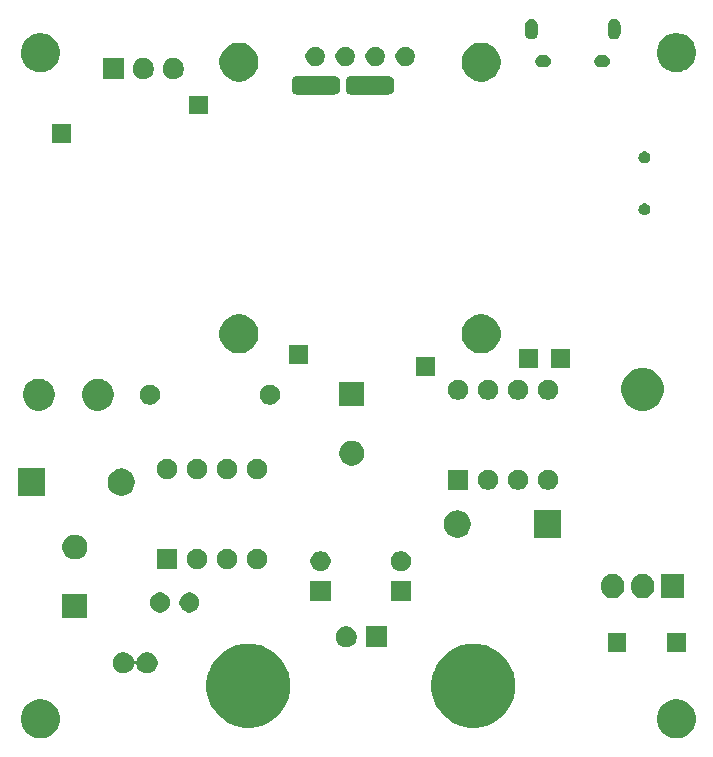
<source format=gbr>
G04 #@! TF.GenerationSoftware,KiCad,Pcbnew,(5.1.5-0-10_14)*
G04 #@! TF.CreationDate,2020-01-24T10:00:26-08:00*
G04 #@! TF.ProjectId,powersupply,706f7765-7273-4757-9070-6c792e6b6963,rev?*
G04 #@! TF.SameCoordinates,Original*
G04 #@! TF.FileFunction,Soldermask,Bot*
G04 #@! TF.FilePolarity,Negative*
%FSLAX46Y46*%
G04 Gerber Fmt 4.6, Leading zero omitted, Abs format (unit mm)*
G04 Created by KiCad (PCBNEW (5.1.5-0-10_14)) date 2020-01-24 10:00:26*
%MOMM*%
%LPD*%
G04 APERTURE LIST*
%ADD10C,0.100000*%
G04 APERTURE END LIST*
D10*
G36*
X86495256Y-86341298D02*
G01*
X86601579Y-86362447D01*
X86902042Y-86486903D01*
X87172451Y-86667585D01*
X87402415Y-86897549D01*
X87583097Y-87167958D01*
X87707553Y-87468421D01*
X87771000Y-87787391D01*
X87771000Y-88112609D01*
X87707553Y-88431579D01*
X87583097Y-88732042D01*
X87402415Y-89002451D01*
X87172451Y-89232415D01*
X86902042Y-89413097D01*
X86601579Y-89537553D01*
X86495256Y-89558702D01*
X86282611Y-89601000D01*
X85957389Y-89601000D01*
X85744744Y-89558702D01*
X85638421Y-89537553D01*
X85337958Y-89413097D01*
X85067549Y-89232415D01*
X84837585Y-89002451D01*
X84656903Y-88732042D01*
X84532447Y-88431579D01*
X84469000Y-88112609D01*
X84469000Y-87787391D01*
X84532447Y-87468421D01*
X84656903Y-87167958D01*
X84837585Y-86897549D01*
X85067549Y-86667585D01*
X85337958Y-86486903D01*
X85638421Y-86362447D01*
X85744744Y-86341298D01*
X85957389Y-86299000D01*
X86282611Y-86299000D01*
X86495256Y-86341298D01*
G37*
G36*
X32645256Y-86341298D02*
G01*
X32751579Y-86362447D01*
X33052042Y-86486903D01*
X33322451Y-86667585D01*
X33552415Y-86897549D01*
X33733097Y-87167958D01*
X33857553Y-87468421D01*
X33921000Y-87787391D01*
X33921000Y-88112609D01*
X33857553Y-88431579D01*
X33733097Y-88732042D01*
X33552415Y-89002451D01*
X33322451Y-89232415D01*
X33052042Y-89413097D01*
X32751579Y-89537553D01*
X32645256Y-89558702D01*
X32432611Y-89601000D01*
X32107389Y-89601000D01*
X31894744Y-89558702D01*
X31788421Y-89537553D01*
X31487958Y-89413097D01*
X31217549Y-89232415D01*
X30987585Y-89002451D01*
X30806903Y-88732042D01*
X30682447Y-88431579D01*
X30619000Y-88112609D01*
X30619000Y-87787391D01*
X30682447Y-87468421D01*
X30806903Y-87167958D01*
X30987585Y-86897549D01*
X31217549Y-86667585D01*
X31487958Y-86486903D01*
X31788421Y-86362447D01*
X31894744Y-86341298D01*
X32107389Y-86299000D01*
X32432611Y-86299000D01*
X32645256Y-86341298D01*
G37*
G36*
X69970787Y-81725462D02*
G01*
X69970790Y-81725463D01*
X69970789Y-81725463D01*
X70617029Y-81993144D01*
X71198631Y-82381758D01*
X71693242Y-82876369D01*
X72081856Y-83457971D01*
X72212906Y-83774354D01*
X72349538Y-84104213D01*
X72486000Y-84790256D01*
X72486000Y-85489744D01*
X72349538Y-86175787D01*
X72349537Y-86175789D01*
X72081856Y-86822029D01*
X71693242Y-87403631D01*
X71198631Y-87898242D01*
X70617029Y-88286856D01*
X70267636Y-88431579D01*
X69970787Y-88554538D01*
X69284744Y-88691000D01*
X68585256Y-88691000D01*
X67899213Y-88554538D01*
X67602364Y-88431579D01*
X67252971Y-88286856D01*
X66671369Y-87898242D01*
X66176758Y-87403631D01*
X65788144Y-86822029D01*
X65520463Y-86175789D01*
X65520462Y-86175787D01*
X65384000Y-85489744D01*
X65384000Y-84790256D01*
X65520462Y-84104213D01*
X65657094Y-83774354D01*
X65788144Y-83457971D01*
X66176758Y-82876369D01*
X66671369Y-82381758D01*
X67252971Y-81993144D01*
X67899211Y-81725463D01*
X67899210Y-81725463D01*
X67899213Y-81725462D01*
X68585256Y-81589000D01*
X69284744Y-81589000D01*
X69970787Y-81725462D01*
G37*
G36*
X50920787Y-81725462D02*
G01*
X50920790Y-81725463D01*
X50920789Y-81725463D01*
X51567029Y-81993144D01*
X52148631Y-82381758D01*
X52643242Y-82876369D01*
X53031856Y-83457971D01*
X53162906Y-83774354D01*
X53299538Y-84104213D01*
X53436000Y-84790256D01*
X53436000Y-85489744D01*
X53299538Y-86175787D01*
X53299537Y-86175789D01*
X53031856Y-86822029D01*
X52643242Y-87403631D01*
X52148631Y-87898242D01*
X51567029Y-88286856D01*
X51217636Y-88431579D01*
X50920787Y-88554538D01*
X50234744Y-88691000D01*
X49535256Y-88691000D01*
X48849213Y-88554538D01*
X48552364Y-88431579D01*
X48202971Y-88286856D01*
X47621369Y-87898242D01*
X47126758Y-87403631D01*
X46738144Y-86822029D01*
X46470463Y-86175789D01*
X46470462Y-86175787D01*
X46334000Y-85489744D01*
X46334000Y-84790256D01*
X46470462Y-84104213D01*
X46607094Y-83774354D01*
X46738144Y-83457971D01*
X47126758Y-82876369D01*
X47621369Y-82381758D01*
X48202971Y-81993144D01*
X48849211Y-81725463D01*
X48849210Y-81725463D01*
X48849213Y-81725462D01*
X49535256Y-81589000D01*
X50234744Y-81589000D01*
X50920787Y-81725462D01*
G37*
G36*
X39413512Y-82303927D02*
G01*
X39562812Y-82333624D01*
X39726784Y-82401544D01*
X39874354Y-82500147D01*
X39999853Y-82625646D01*
X40098456Y-82773216D01*
X40166376Y-82937188D01*
X40177405Y-82992638D01*
X40184516Y-83016078D01*
X40196067Y-83037689D01*
X40211613Y-83056631D01*
X40230555Y-83072176D01*
X40252165Y-83083727D01*
X40275614Y-83090840D01*
X40300000Y-83093242D01*
X40324387Y-83090840D01*
X40347835Y-83083727D01*
X40369446Y-83072176D01*
X40388388Y-83056630D01*
X40403933Y-83037688D01*
X40415484Y-83016078D01*
X40422595Y-82992638D01*
X40433624Y-82937188D01*
X40501544Y-82773216D01*
X40600147Y-82625646D01*
X40725646Y-82500147D01*
X40873216Y-82401544D01*
X41037188Y-82333624D01*
X41186488Y-82303927D01*
X41211258Y-82299000D01*
X41388742Y-82299000D01*
X41413512Y-82303927D01*
X41562812Y-82333624D01*
X41726784Y-82401544D01*
X41874354Y-82500147D01*
X41999853Y-82625646D01*
X42098456Y-82773216D01*
X42166376Y-82937188D01*
X42201000Y-83111259D01*
X42201000Y-83288741D01*
X42166376Y-83462812D01*
X42098456Y-83626784D01*
X41999853Y-83774354D01*
X41874354Y-83899853D01*
X41726784Y-83998456D01*
X41562812Y-84066376D01*
X41413512Y-84096073D01*
X41388742Y-84101000D01*
X41211258Y-84101000D01*
X41186488Y-84096073D01*
X41037188Y-84066376D01*
X40873216Y-83998456D01*
X40725646Y-83899853D01*
X40600147Y-83774354D01*
X40501544Y-83626784D01*
X40433624Y-83462812D01*
X40422595Y-83407362D01*
X40415484Y-83383922D01*
X40403933Y-83362311D01*
X40388387Y-83343369D01*
X40369445Y-83327824D01*
X40347835Y-83316273D01*
X40324386Y-83309160D01*
X40300000Y-83306758D01*
X40275613Y-83309160D01*
X40252165Y-83316273D01*
X40230554Y-83327824D01*
X40211612Y-83343370D01*
X40196067Y-83362312D01*
X40184516Y-83383922D01*
X40177405Y-83407362D01*
X40166376Y-83462812D01*
X40098456Y-83626784D01*
X39999853Y-83774354D01*
X39874354Y-83899853D01*
X39726784Y-83998456D01*
X39562812Y-84066376D01*
X39413512Y-84096073D01*
X39388742Y-84101000D01*
X39211258Y-84101000D01*
X39186488Y-84096073D01*
X39037188Y-84066376D01*
X38873216Y-83998456D01*
X38725646Y-83899853D01*
X38600147Y-83774354D01*
X38501544Y-83626784D01*
X38433624Y-83462812D01*
X38399000Y-83288741D01*
X38399000Y-83111259D01*
X38433624Y-82937188D01*
X38501544Y-82773216D01*
X38600147Y-82625646D01*
X38725646Y-82500147D01*
X38873216Y-82401544D01*
X39037188Y-82333624D01*
X39186488Y-82303927D01*
X39211258Y-82299000D01*
X39388742Y-82299000D01*
X39413512Y-82303927D01*
G37*
G36*
X86901000Y-82301000D02*
G01*
X85299000Y-82301000D01*
X85299000Y-80699000D01*
X86901000Y-80699000D01*
X86901000Y-82301000D01*
G37*
G36*
X81901000Y-82301000D02*
G01*
X80299000Y-82301000D01*
X80299000Y-80699000D01*
X81901000Y-80699000D01*
X81901000Y-82301000D01*
G37*
G36*
X61611000Y-81901000D02*
G01*
X59809000Y-81901000D01*
X59809000Y-80099000D01*
X61611000Y-80099000D01*
X61611000Y-81901000D01*
G37*
G36*
X58283512Y-80103927D02*
G01*
X58432812Y-80133624D01*
X58596784Y-80201544D01*
X58744354Y-80300147D01*
X58869853Y-80425646D01*
X58968456Y-80573216D01*
X59036376Y-80737188D01*
X59071000Y-80911259D01*
X59071000Y-81088741D01*
X59036376Y-81262812D01*
X58968456Y-81426784D01*
X58869853Y-81574354D01*
X58744354Y-81699853D01*
X58596784Y-81798456D01*
X58432812Y-81866376D01*
X58283512Y-81896073D01*
X58258742Y-81901000D01*
X58081258Y-81901000D01*
X58056488Y-81896073D01*
X57907188Y-81866376D01*
X57743216Y-81798456D01*
X57595646Y-81699853D01*
X57470147Y-81574354D01*
X57371544Y-81426784D01*
X57303624Y-81262812D01*
X57269000Y-81088741D01*
X57269000Y-80911259D01*
X57303624Y-80737188D01*
X57371544Y-80573216D01*
X57470147Y-80425646D01*
X57595646Y-80300147D01*
X57743216Y-80201544D01*
X57907188Y-80133624D01*
X58056488Y-80103927D01*
X58081258Y-80099000D01*
X58258742Y-80099000D01*
X58283512Y-80103927D01*
G37*
G36*
X36251000Y-79451000D02*
G01*
X34149000Y-79451000D01*
X34149000Y-77349000D01*
X36251000Y-77349000D01*
X36251000Y-79451000D01*
G37*
G36*
X45148228Y-77281703D02*
G01*
X45303100Y-77345853D01*
X45442481Y-77438985D01*
X45561015Y-77557519D01*
X45654147Y-77696900D01*
X45718297Y-77851772D01*
X45751000Y-78016184D01*
X45751000Y-78183816D01*
X45718297Y-78348228D01*
X45654147Y-78503100D01*
X45561015Y-78642481D01*
X45442481Y-78761015D01*
X45303100Y-78854147D01*
X45148228Y-78918297D01*
X44983816Y-78951000D01*
X44816184Y-78951000D01*
X44651772Y-78918297D01*
X44496900Y-78854147D01*
X44357519Y-78761015D01*
X44238985Y-78642481D01*
X44145853Y-78503100D01*
X44081703Y-78348228D01*
X44049000Y-78183816D01*
X44049000Y-78016184D01*
X44081703Y-77851772D01*
X44145853Y-77696900D01*
X44238985Y-77557519D01*
X44357519Y-77438985D01*
X44496900Y-77345853D01*
X44651772Y-77281703D01*
X44816184Y-77249000D01*
X44983816Y-77249000D01*
X45148228Y-77281703D01*
G37*
G36*
X42648228Y-77281703D02*
G01*
X42803100Y-77345853D01*
X42942481Y-77438985D01*
X43061015Y-77557519D01*
X43154147Y-77696900D01*
X43218297Y-77851772D01*
X43251000Y-78016184D01*
X43251000Y-78183816D01*
X43218297Y-78348228D01*
X43154147Y-78503100D01*
X43061015Y-78642481D01*
X42942481Y-78761015D01*
X42803100Y-78854147D01*
X42648228Y-78918297D01*
X42483816Y-78951000D01*
X42316184Y-78951000D01*
X42151772Y-78918297D01*
X41996900Y-78854147D01*
X41857519Y-78761015D01*
X41738985Y-78642481D01*
X41645853Y-78503100D01*
X41581703Y-78348228D01*
X41549000Y-78183816D01*
X41549000Y-78016184D01*
X41581703Y-77851772D01*
X41645853Y-77696900D01*
X41738985Y-77557519D01*
X41857519Y-77438985D01*
X41996900Y-77345853D01*
X42151772Y-77281703D01*
X42316184Y-77249000D01*
X42483816Y-77249000D01*
X42648228Y-77281703D01*
G37*
G36*
X63651000Y-77951000D02*
G01*
X61949000Y-77951000D01*
X61949000Y-76249000D01*
X63651000Y-76249000D01*
X63651000Y-77951000D01*
G37*
G36*
X56851000Y-77951000D02*
G01*
X55149000Y-77951000D01*
X55149000Y-76249000D01*
X56851000Y-76249000D01*
X56851000Y-77951000D01*
G37*
G36*
X83456720Y-75663520D02*
G01*
X83645881Y-75720901D01*
X83820212Y-75814083D01*
X83973015Y-75939485D01*
X84098417Y-76092288D01*
X84142182Y-76174167D01*
X84191598Y-76266617D01*
X84191599Y-76266620D01*
X84248980Y-76455781D01*
X84263500Y-76603207D01*
X84263500Y-76796794D01*
X84248980Y-76944220D01*
X84191599Y-77133381D01*
X84098417Y-77307712D01*
X83973015Y-77460515D01*
X83820212Y-77585917D01*
X83738333Y-77629682D01*
X83645883Y-77679098D01*
X83645880Y-77679099D01*
X83456719Y-77736480D01*
X83260000Y-77755855D01*
X83063280Y-77736480D01*
X82874119Y-77679099D01*
X82699788Y-77585917D01*
X82546985Y-77460515D01*
X82421583Y-77307712D01*
X82377818Y-77225833D01*
X82328402Y-77133383D01*
X82328401Y-77133380D01*
X82271020Y-76944219D01*
X82256500Y-76796793D01*
X82256500Y-76603206D01*
X82271020Y-76455780D01*
X82328401Y-76266619D01*
X82421583Y-76092288D01*
X82546985Y-75939485D01*
X82699788Y-75814083D01*
X82874120Y-75720901D01*
X83063281Y-75663520D01*
X83260000Y-75644145D01*
X83456720Y-75663520D01*
G37*
G36*
X80916720Y-75663520D02*
G01*
X81105881Y-75720901D01*
X81280212Y-75814083D01*
X81433015Y-75939485D01*
X81558417Y-76092288D01*
X81602182Y-76174167D01*
X81651598Y-76266617D01*
X81651599Y-76266620D01*
X81708980Y-76455781D01*
X81723500Y-76603207D01*
X81723500Y-76796794D01*
X81708980Y-76944220D01*
X81651599Y-77133381D01*
X81558417Y-77307712D01*
X81433015Y-77460515D01*
X81280212Y-77585917D01*
X81198333Y-77629682D01*
X81105883Y-77679098D01*
X81105880Y-77679099D01*
X80916719Y-77736480D01*
X80720000Y-77755855D01*
X80523280Y-77736480D01*
X80334119Y-77679099D01*
X80159788Y-77585917D01*
X80006985Y-77460515D01*
X79881583Y-77307712D01*
X79837818Y-77225833D01*
X79788402Y-77133383D01*
X79788401Y-77133380D01*
X79731020Y-76944219D01*
X79716500Y-76796793D01*
X79716500Y-76603206D01*
X79731020Y-76455780D01*
X79788401Y-76266619D01*
X79881583Y-76092288D01*
X80006985Y-75939485D01*
X80159788Y-75814083D01*
X80334120Y-75720901D01*
X80523281Y-75663520D01*
X80720000Y-75644145D01*
X80916720Y-75663520D01*
G37*
G36*
X86803500Y-77751000D02*
G01*
X84796500Y-77751000D01*
X84796500Y-75649000D01*
X86803500Y-75649000D01*
X86803500Y-77751000D01*
G37*
G36*
X63048228Y-73781703D02*
G01*
X63203100Y-73845853D01*
X63342481Y-73938985D01*
X63461015Y-74057519D01*
X63554147Y-74196900D01*
X63618297Y-74351772D01*
X63651000Y-74516184D01*
X63651000Y-74683816D01*
X63618297Y-74848228D01*
X63554147Y-75003100D01*
X63461015Y-75142481D01*
X63342481Y-75261015D01*
X63203100Y-75354147D01*
X63048228Y-75418297D01*
X62883816Y-75451000D01*
X62716184Y-75451000D01*
X62551772Y-75418297D01*
X62396900Y-75354147D01*
X62257519Y-75261015D01*
X62138985Y-75142481D01*
X62045853Y-75003100D01*
X61981703Y-74848228D01*
X61949000Y-74683816D01*
X61949000Y-74516184D01*
X61981703Y-74351772D01*
X62045853Y-74196900D01*
X62138985Y-74057519D01*
X62257519Y-73938985D01*
X62396900Y-73845853D01*
X62551772Y-73781703D01*
X62716184Y-73749000D01*
X62883816Y-73749000D01*
X63048228Y-73781703D01*
G37*
G36*
X56248228Y-73781703D02*
G01*
X56403100Y-73845853D01*
X56542481Y-73938985D01*
X56661015Y-74057519D01*
X56754147Y-74196900D01*
X56818297Y-74351772D01*
X56851000Y-74516184D01*
X56851000Y-74683816D01*
X56818297Y-74848228D01*
X56754147Y-75003100D01*
X56661015Y-75142481D01*
X56542481Y-75261015D01*
X56403100Y-75354147D01*
X56248228Y-75418297D01*
X56083816Y-75451000D01*
X55916184Y-75451000D01*
X55751772Y-75418297D01*
X55596900Y-75354147D01*
X55457519Y-75261015D01*
X55338985Y-75142481D01*
X55245853Y-75003100D01*
X55181703Y-74848228D01*
X55149000Y-74683816D01*
X55149000Y-74516184D01*
X55181703Y-74351772D01*
X55245853Y-74196900D01*
X55338985Y-74057519D01*
X55457519Y-73938985D01*
X55596900Y-73845853D01*
X55751772Y-73781703D01*
X55916184Y-73749000D01*
X56083816Y-73749000D01*
X56248228Y-73781703D01*
G37*
G36*
X43851000Y-75251000D02*
G01*
X42149000Y-75251000D01*
X42149000Y-73549000D01*
X43851000Y-73549000D01*
X43851000Y-75251000D01*
G37*
G36*
X50868228Y-73581703D02*
G01*
X51023100Y-73645853D01*
X51162481Y-73738985D01*
X51281015Y-73857519D01*
X51374147Y-73996900D01*
X51438297Y-74151772D01*
X51471000Y-74316184D01*
X51471000Y-74483816D01*
X51438297Y-74648228D01*
X51374147Y-74803100D01*
X51281015Y-74942481D01*
X51162481Y-75061015D01*
X51023100Y-75154147D01*
X50868228Y-75218297D01*
X50703816Y-75251000D01*
X50536184Y-75251000D01*
X50371772Y-75218297D01*
X50216900Y-75154147D01*
X50077519Y-75061015D01*
X49958985Y-74942481D01*
X49865853Y-74803100D01*
X49801703Y-74648228D01*
X49769000Y-74483816D01*
X49769000Y-74316184D01*
X49801703Y-74151772D01*
X49865853Y-73996900D01*
X49958985Y-73857519D01*
X50077519Y-73738985D01*
X50216900Y-73645853D01*
X50371772Y-73581703D01*
X50536184Y-73549000D01*
X50703816Y-73549000D01*
X50868228Y-73581703D01*
G37*
G36*
X48328228Y-73581703D02*
G01*
X48483100Y-73645853D01*
X48622481Y-73738985D01*
X48741015Y-73857519D01*
X48834147Y-73996900D01*
X48898297Y-74151772D01*
X48931000Y-74316184D01*
X48931000Y-74483816D01*
X48898297Y-74648228D01*
X48834147Y-74803100D01*
X48741015Y-74942481D01*
X48622481Y-75061015D01*
X48483100Y-75154147D01*
X48328228Y-75218297D01*
X48163816Y-75251000D01*
X47996184Y-75251000D01*
X47831772Y-75218297D01*
X47676900Y-75154147D01*
X47537519Y-75061015D01*
X47418985Y-74942481D01*
X47325853Y-74803100D01*
X47261703Y-74648228D01*
X47229000Y-74483816D01*
X47229000Y-74316184D01*
X47261703Y-74151772D01*
X47325853Y-73996900D01*
X47418985Y-73857519D01*
X47537519Y-73738985D01*
X47676900Y-73645853D01*
X47831772Y-73581703D01*
X47996184Y-73549000D01*
X48163816Y-73549000D01*
X48328228Y-73581703D01*
G37*
G36*
X45788228Y-73581703D02*
G01*
X45943100Y-73645853D01*
X46082481Y-73738985D01*
X46201015Y-73857519D01*
X46294147Y-73996900D01*
X46358297Y-74151772D01*
X46391000Y-74316184D01*
X46391000Y-74483816D01*
X46358297Y-74648228D01*
X46294147Y-74803100D01*
X46201015Y-74942481D01*
X46082481Y-75061015D01*
X45943100Y-75154147D01*
X45788228Y-75218297D01*
X45623816Y-75251000D01*
X45456184Y-75251000D01*
X45291772Y-75218297D01*
X45136900Y-75154147D01*
X44997519Y-75061015D01*
X44878985Y-74942481D01*
X44785853Y-74803100D01*
X44721703Y-74648228D01*
X44689000Y-74483816D01*
X44689000Y-74316184D01*
X44721703Y-74151772D01*
X44785853Y-73996900D01*
X44878985Y-73857519D01*
X44997519Y-73738985D01*
X45136900Y-73645853D01*
X45291772Y-73581703D01*
X45456184Y-73549000D01*
X45623816Y-73549000D01*
X45788228Y-73581703D01*
G37*
G36*
X35506564Y-72389389D02*
G01*
X35697833Y-72468615D01*
X35697835Y-72468616D01*
X35699912Y-72470004D01*
X35869973Y-72583635D01*
X36016365Y-72730027D01*
X36131385Y-72902167D01*
X36210611Y-73093436D01*
X36251000Y-73296484D01*
X36251000Y-73503516D01*
X36210611Y-73706564D01*
X36148083Y-73857520D01*
X36131384Y-73897835D01*
X36016365Y-74069973D01*
X35869973Y-74216365D01*
X35697835Y-74331384D01*
X35697834Y-74331385D01*
X35697833Y-74331385D01*
X35506564Y-74410611D01*
X35303516Y-74451000D01*
X35096484Y-74451000D01*
X34893436Y-74410611D01*
X34702167Y-74331385D01*
X34702166Y-74331385D01*
X34702165Y-74331384D01*
X34530027Y-74216365D01*
X34383635Y-74069973D01*
X34268616Y-73897835D01*
X34251917Y-73857520D01*
X34189389Y-73706564D01*
X34149000Y-73503516D01*
X34149000Y-73296484D01*
X34189389Y-73093436D01*
X34268615Y-72902167D01*
X34383635Y-72730027D01*
X34530027Y-72583635D01*
X34700088Y-72470004D01*
X34702165Y-72468616D01*
X34702167Y-72468615D01*
X34893436Y-72389389D01*
X35096484Y-72349000D01*
X35303516Y-72349000D01*
X35506564Y-72389389D01*
G37*
G36*
X76351000Y-72601000D02*
G01*
X74049000Y-72601000D01*
X74049000Y-70299000D01*
X76351000Y-70299000D01*
X76351000Y-72601000D01*
G37*
G36*
X67804549Y-70321116D02*
G01*
X67915734Y-70343232D01*
X68125203Y-70429997D01*
X68313720Y-70555960D01*
X68474040Y-70716280D01*
X68600003Y-70904797D01*
X68686768Y-71114266D01*
X68731000Y-71336636D01*
X68731000Y-71563364D01*
X68686768Y-71785734D01*
X68600003Y-71995203D01*
X68474040Y-72183720D01*
X68313720Y-72344040D01*
X68125203Y-72470003D01*
X67915734Y-72556768D01*
X67804549Y-72578884D01*
X67693365Y-72601000D01*
X67466635Y-72601000D01*
X67355451Y-72578884D01*
X67244266Y-72556768D01*
X67034797Y-72470003D01*
X66846280Y-72344040D01*
X66685960Y-72183720D01*
X66559997Y-71995203D01*
X66473232Y-71785734D01*
X66429000Y-71563364D01*
X66429000Y-71336636D01*
X66473232Y-71114266D01*
X66559997Y-70904797D01*
X66685960Y-70716280D01*
X66846280Y-70555960D01*
X67034797Y-70429997D01*
X67244266Y-70343232D01*
X67355451Y-70321116D01*
X67466635Y-70299000D01*
X67693365Y-70299000D01*
X67804549Y-70321116D01*
G37*
G36*
X39344549Y-66771116D02*
G01*
X39455734Y-66793232D01*
X39665203Y-66879997D01*
X39853720Y-67005960D01*
X40014040Y-67166280D01*
X40140003Y-67354797D01*
X40226768Y-67564266D01*
X40271000Y-67786636D01*
X40271000Y-68013364D01*
X40226768Y-68235734D01*
X40140003Y-68445203D01*
X40014040Y-68633720D01*
X39853720Y-68794040D01*
X39665203Y-68920003D01*
X39455734Y-69006768D01*
X39344549Y-69028884D01*
X39233365Y-69051000D01*
X39006635Y-69051000D01*
X38895451Y-69028884D01*
X38784266Y-69006768D01*
X38574797Y-68920003D01*
X38386280Y-68794040D01*
X38225960Y-68633720D01*
X38099997Y-68445203D01*
X38013232Y-68235734D01*
X37969000Y-68013364D01*
X37969000Y-67786636D01*
X38013232Y-67564266D01*
X38099997Y-67354797D01*
X38225960Y-67166280D01*
X38386280Y-67005960D01*
X38574797Y-66879997D01*
X38784266Y-66793232D01*
X38895451Y-66771116D01*
X39006635Y-66749000D01*
X39233365Y-66749000D01*
X39344549Y-66771116D01*
G37*
G36*
X32651000Y-69051000D02*
G01*
X30349000Y-69051000D01*
X30349000Y-66749000D01*
X32651000Y-66749000D01*
X32651000Y-69051000D01*
G37*
G36*
X75518228Y-66881703D02*
G01*
X75673100Y-66945853D01*
X75812481Y-67038985D01*
X75931015Y-67157519D01*
X76024147Y-67296900D01*
X76088297Y-67451772D01*
X76121000Y-67616184D01*
X76121000Y-67783816D01*
X76088297Y-67948228D01*
X76024147Y-68103100D01*
X75931015Y-68242481D01*
X75812481Y-68361015D01*
X75673100Y-68454147D01*
X75518228Y-68518297D01*
X75353816Y-68551000D01*
X75186184Y-68551000D01*
X75021772Y-68518297D01*
X74866900Y-68454147D01*
X74727519Y-68361015D01*
X74608985Y-68242481D01*
X74515853Y-68103100D01*
X74451703Y-67948228D01*
X74419000Y-67783816D01*
X74419000Y-67616184D01*
X74451703Y-67451772D01*
X74515853Y-67296900D01*
X74608985Y-67157519D01*
X74727519Y-67038985D01*
X74866900Y-66945853D01*
X75021772Y-66881703D01*
X75186184Y-66849000D01*
X75353816Y-66849000D01*
X75518228Y-66881703D01*
G37*
G36*
X72978228Y-66881703D02*
G01*
X73133100Y-66945853D01*
X73272481Y-67038985D01*
X73391015Y-67157519D01*
X73484147Y-67296900D01*
X73548297Y-67451772D01*
X73581000Y-67616184D01*
X73581000Y-67783816D01*
X73548297Y-67948228D01*
X73484147Y-68103100D01*
X73391015Y-68242481D01*
X73272481Y-68361015D01*
X73133100Y-68454147D01*
X72978228Y-68518297D01*
X72813816Y-68551000D01*
X72646184Y-68551000D01*
X72481772Y-68518297D01*
X72326900Y-68454147D01*
X72187519Y-68361015D01*
X72068985Y-68242481D01*
X71975853Y-68103100D01*
X71911703Y-67948228D01*
X71879000Y-67783816D01*
X71879000Y-67616184D01*
X71911703Y-67451772D01*
X71975853Y-67296900D01*
X72068985Y-67157519D01*
X72187519Y-67038985D01*
X72326900Y-66945853D01*
X72481772Y-66881703D01*
X72646184Y-66849000D01*
X72813816Y-66849000D01*
X72978228Y-66881703D01*
G37*
G36*
X70438228Y-66881703D02*
G01*
X70593100Y-66945853D01*
X70732481Y-67038985D01*
X70851015Y-67157519D01*
X70944147Y-67296900D01*
X71008297Y-67451772D01*
X71041000Y-67616184D01*
X71041000Y-67783816D01*
X71008297Y-67948228D01*
X70944147Y-68103100D01*
X70851015Y-68242481D01*
X70732481Y-68361015D01*
X70593100Y-68454147D01*
X70438228Y-68518297D01*
X70273816Y-68551000D01*
X70106184Y-68551000D01*
X69941772Y-68518297D01*
X69786900Y-68454147D01*
X69647519Y-68361015D01*
X69528985Y-68242481D01*
X69435853Y-68103100D01*
X69371703Y-67948228D01*
X69339000Y-67783816D01*
X69339000Y-67616184D01*
X69371703Y-67451772D01*
X69435853Y-67296900D01*
X69528985Y-67157519D01*
X69647519Y-67038985D01*
X69786900Y-66945853D01*
X69941772Y-66881703D01*
X70106184Y-66849000D01*
X70273816Y-66849000D01*
X70438228Y-66881703D01*
G37*
G36*
X68501000Y-68551000D02*
G01*
X66799000Y-68551000D01*
X66799000Y-66849000D01*
X68501000Y-66849000D01*
X68501000Y-68551000D01*
G37*
G36*
X50868228Y-65961703D02*
G01*
X51023100Y-66025853D01*
X51162481Y-66118985D01*
X51281015Y-66237519D01*
X51374147Y-66376900D01*
X51438297Y-66531772D01*
X51471000Y-66696184D01*
X51471000Y-66863816D01*
X51438297Y-67028228D01*
X51374147Y-67183100D01*
X51281015Y-67322481D01*
X51162481Y-67441015D01*
X51023100Y-67534147D01*
X50868228Y-67598297D01*
X50703816Y-67631000D01*
X50536184Y-67631000D01*
X50371772Y-67598297D01*
X50216900Y-67534147D01*
X50077519Y-67441015D01*
X49958985Y-67322481D01*
X49865853Y-67183100D01*
X49801703Y-67028228D01*
X49769000Y-66863816D01*
X49769000Y-66696184D01*
X49801703Y-66531772D01*
X49865853Y-66376900D01*
X49958985Y-66237519D01*
X50077519Y-66118985D01*
X50216900Y-66025853D01*
X50371772Y-65961703D01*
X50536184Y-65929000D01*
X50703816Y-65929000D01*
X50868228Y-65961703D01*
G37*
G36*
X48328228Y-65961703D02*
G01*
X48483100Y-66025853D01*
X48622481Y-66118985D01*
X48741015Y-66237519D01*
X48834147Y-66376900D01*
X48898297Y-66531772D01*
X48931000Y-66696184D01*
X48931000Y-66863816D01*
X48898297Y-67028228D01*
X48834147Y-67183100D01*
X48741015Y-67322481D01*
X48622481Y-67441015D01*
X48483100Y-67534147D01*
X48328228Y-67598297D01*
X48163816Y-67631000D01*
X47996184Y-67631000D01*
X47831772Y-67598297D01*
X47676900Y-67534147D01*
X47537519Y-67441015D01*
X47418985Y-67322481D01*
X47325853Y-67183100D01*
X47261703Y-67028228D01*
X47229000Y-66863816D01*
X47229000Y-66696184D01*
X47261703Y-66531772D01*
X47325853Y-66376900D01*
X47418985Y-66237519D01*
X47537519Y-66118985D01*
X47676900Y-66025853D01*
X47831772Y-65961703D01*
X47996184Y-65929000D01*
X48163816Y-65929000D01*
X48328228Y-65961703D01*
G37*
G36*
X45788228Y-65961703D02*
G01*
X45943100Y-66025853D01*
X46082481Y-66118985D01*
X46201015Y-66237519D01*
X46294147Y-66376900D01*
X46358297Y-66531772D01*
X46391000Y-66696184D01*
X46391000Y-66863816D01*
X46358297Y-67028228D01*
X46294147Y-67183100D01*
X46201015Y-67322481D01*
X46082481Y-67441015D01*
X45943100Y-67534147D01*
X45788228Y-67598297D01*
X45623816Y-67631000D01*
X45456184Y-67631000D01*
X45291772Y-67598297D01*
X45136900Y-67534147D01*
X44997519Y-67441015D01*
X44878985Y-67322481D01*
X44785853Y-67183100D01*
X44721703Y-67028228D01*
X44689000Y-66863816D01*
X44689000Y-66696184D01*
X44721703Y-66531772D01*
X44785853Y-66376900D01*
X44878985Y-66237519D01*
X44997519Y-66118985D01*
X45136900Y-66025853D01*
X45291772Y-65961703D01*
X45456184Y-65929000D01*
X45623816Y-65929000D01*
X45788228Y-65961703D01*
G37*
G36*
X43248228Y-65961703D02*
G01*
X43403100Y-66025853D01*
X43542481Y-66118985D01*
X43661015Y-66237519D01*
X43754147Y-66376900D01*
X43818297Y-66531772D01*
X43851000Y-66696184D01*
X43851000Y-66863816D01*
X43818297Y-67028228D01*
X43754147Y-67183100D01*
X43661015Y-67322481D01*
X43542481Y-67441015D01*
X43403100Y-67534147D01*
X43248228Y-67598297D01*
X43083816Y-67631000D01*
X42916184Y-67631000D01*
X42751772Y-67598297D01*
X42596900Y-67534147D01*
X42457519Y-67441015D01*
X42338985Y-67322481D01*
X42245853Y-67183100D01*
X42181703Y-67028228D01*
X42149000Y-66863816D01*
X42149000Y-66696184D01*
X42181703Y-66531772D01*
X42245853Y-66376900D01*
X42338985Y-66237519D01*
X42457519Y-66118985D01*
X42596900Y-66025853D01*
X42751772Y-65961703D01*
X42916184Y-65929000D01*
X43083816Y-65929000D01*
X43248228Y-65961703D01*
G37*
G36*
X58956564Y-64439389D02*
G01*
X59147833Y-64518615D01*
X59147835Y-64518616D01*
X59319973Y-64633635D01*
X59466365Y-64780027D01*
X59581385Y-64952167D01*
X59660611Y-65143436D01*
X59701000Y-65346484D01*
X59701000Y-65553516D01*
X59660611Y-65756564D01*
X59589186Y-65929000D01*
X59581384Y-65947835D01*
X59466365Y-66119973D01*
X59319973Y-66266365D01*
X59147835Y-66381384D01*
X59147834Y-66381385D01*
X59147833Y-66381385D01*
X58956564Y-66460611D01*
X58753516Y-66501000D01*
X58546484Y-66501000D01*
X58343436Y-66460611D01*
X58152167Y-66381385D01*
X58152166Y-66381385D01*
X58152165Y-66381384D01*
X57980027Y-66266365D01*
X57833635Y-66119973D01*
X57718616Y-65947835D01*
X57710814Y-65929000D01*
X57639389Y-65756564D01*
X57599000Y-65553516D01*
X57599000Y-65346484D01*
X57639389Y-65143436D01*
X57718615Y-64952167D01*
X57833635Y-64780027D01*
X57980027Y-64633635D01*
X58152165Y-64518616D01*
X58152167Y-64518615D01*
X58343436Y-64439389D01*
X58546484Y-64399000D01*
X58753516Y-64399000D01*
X58956564Y-64439389D01*
G37*
G36*
X37544072Y-59200918D02*
G01*
X37690826Y-59261705D01*
X37789939Y-59302759D01*
X37824500Y-59325852D01*
X38011211Y-59450609D01*
X38199391Y-59638789D01*
X38347242Y-59860063D01*
X38449082Y-60105928D01*
X38501000Y-60366937D01*
X38501000Y-60633063D01*
X38449082Y-60894072D01*
X38445343Y-60903100D01*
X38347241Y-61139939D01*
X38272813Y-61251328D01*
X38206214Y-61351000D01*
X38199390Y-61361212D01*
X38011212Y-61549390D01*
X37789939Y-61697241D01*
X37789938Y-61697242D01*
X37789937Y-61697242D01*
X37544072Y-61799082D01*
X37283063Y-61851000D01*
X37016937Y-61851000D01*
X36755928Y-61799082D01*
X36510063Y-61697242D01*
X36510062Y-61697242D01*
X36510061Y-61697241D01*
X36288788Y-61549390D01*
X36100610Y-61361212D01*
X36093787Y-61351000D01*
X36027187Y-61251328D01*
X35952759Y-61139939D01*
X35854658Y-60903100D01*
X35850918Y-60894072D01*
X35799000Y-60633063D01*
X35799000Y-60366937D01*
X35850918Y-60105928D01*
X35952758Y-59860063D01*
X36100609Y-59638789D01*
X36288789Y-59450609D01*
X36475500Y-59325852D01*
X36510061Y-59302759D01*
X36609175Y-59261705D01*
X36755928Y-59200918D01*
X37016937Y-59149000D01*
X37283063Y-59149000D01*
X37544072Y-59200918D01*
G37*
G36*
X32544072Y-59200918D02*
G01*
X32690826Y-59261705D01*
X32789939Y-59302759D01*
X32824500Y-59325852D01*
X33011211Y-59450609D01*
X33199391Y-59638789D01*
X33347242Y-59860063D01*
X33449082Y-60105928D01*
X33501000Y-60366937D01*
X33501000Y-60633063D01*
X33449082Y-60894072D01*
X33445343Y-60903100D01*
X33347241Y-61139939D01*
X33272813Y-61251328D01*
X33206214Y-61351000D01*
X33199390Y-61361212D01*
X33011212Y-61549390D01*
X32789939Y-61697241D01*
X32789938Y-61697242D01*
X32789937Y-61697242D01*
X32544072Y-61799082D01*
X32283063Y-61851000D01*
X32016937Y-61851000D01*
X31755928Y-61799082D01*
X31510063Y-61697242D01*
X31510062Y-61697242D01*
X31510061Y-61697241D01*
X31288788Y-61549390D01*
X31100610Y-61361212D01*
X31093787Y-61351000D01*
X31027187Y-61251328D01*
X30952759Y-61139939D01*
X30854658Y-60903100D01*
X30850918Y-60894072D01*
X30799000Y-60633063D01*
X30799000Y-60366937D01*
X30850918Y-60105928D01*
X30952758Y-59860063D01*
X31100609Y-59638789D01*
X31288789Y-59450609D01*
X31475500Y-59325852D01*
X31510061Y-59302759D01*
X31609175Y-59261705D01*
X31755928Y-59200918D01*
X32016937Y-59149000D01*
X32283063Y-59149000D01*
X32544072Y-59200918D01*
G37*
G36*
X83785331Y-58308211D02*
G01*
X84113092Y-58443974D01*
X84408070Y-58641072D01*
X84658928Y-58891930D01*
X84856026Y-59186908D01*
X84991789Y-59514669D01*
X85061000Y-59862616D01*
X85061000Y-60217384D01*
X84991789Y-60565331D01*
X84856026Y-60893092D01*
X84658928Y-61188070D01*
X84408070Y-61438928D01*
X84113092Y-61636026D01*
X83785331Y-61771789D01*
X83437384Y-61841000D01*
X83082616Y-61841000D01*
X82734669Y-61771789D01*
X82406908Y-61636026D01*
X82111930Y-61438928D01*
X81861072Y-61188070D01*
X81663974Y-60893092D01*
X81528211Y-60565331D01*
X81459000Y-60217384D01*
X81459000Y-59862616D01*
X81528211Y-59514669D01*
X81663974Y-59186908D01*
X81861072Y-58891930D01*
X82111930Y-58641072D01*
X82406908Y-58443974D01*
X82734669Y-58308211D01*
X83082616Y-58239000D01*
X83437384Y-58239000D01*
X83785331Y-58308211D01*
G37*
G36*
X59701000Y-61501000D02*
G01*
X57599000Y-61501000D01*
X57599000Y-59399000D01*
X59701000Y-59399000D01*
X59701000Y-61501000D01*
G37*
G36*
X51958228Y-59681703D02*
G01*
X52113100Y-59745853D01*
X52252481Y-59838985D01*
X52371015Y-59957519D01*
X52464147Y-60096900D01*
X52528297Y-60251772D01*
X52561000Y-60416184D01*
X52561000Y-60583816D01*
X52528297Y-60748228D01*
X52464147Y-60903100D01*
X52371015Y-61042481D01*
X52252481Y-61161015D01*
X52113100Y-61254147D01*
X51958228Y-61318297D01*
X51793816Y-61351000D01*
X51626184Y-61351000D01*
X51461772Y-61318297D01*
X51306900Y-61254147D01*
X51167519Y-61161015D01*
X51048985Y-61042481D01*
X50955853Y-60903100D01*
X50891703Y-60748228D01*
X50859000Y-60583816D01*
X50859000Y-60416184D01*
X50891703Y-60251772D01*
X50955853Y-60096900D01*
X51048985Y-59957519D01*
X51167519Y-59838985D01*
X51306900Y-59745853D01*
X51461772Y-59681703D01*
X51626184Y-59649000D01*
X51793816Y-59649000D01*
X51958228Y-59681703D01*
G37*
G36*
X41798228Y-59681703D02*
G01*
X41953100Y-59745853D01*
X42092481Y-59838985D01*
X42211015Y-59957519D01*
X42304147Y-60096900D01*
X42368297Y-60251772D01*
X42401000Y-60416184D01*
X42401000Y-60583816D01*
X42368297Y-60748228D01*
X42304147Y-60903100D01*
X42211015Y-61042481D01*
X42092481Y-61161015D01*
X41953100Y-61254147D01*
X41798228Y-61318297D01*
X41633816Y-61351000D01*
X41466184Y-61351000D01*
X41301772Y-61318297D01*
X41146900Y-61254147D01*
X41007519Y-61161015D01*
X40888985Y-61042481D01*
X40795853Y-60903100D01*
X40731703Y-60748228D01*
X40699000Y-60583816D01*
X40699000Y-60416184D01*
X40731703Y-60251772D01*
X40795853Y-60096900D01*
X40888985Y-59957519D01*
X41007519Y-59838985D01*
X41146900Y-59745853D01*
X41301772Y-59681703D01*
X41466184Y-59649000D01*
X41633816Y-59649000D01*
X41798228Y-59681703D01*
G37*
G36*
X75518228Y-59261703D02*
G01*
X75673100Y-59325853D01*
X75812481Y-59418985D01*
X75931015Y-59537519D01*
X76024147Y-59676900D01*
X76088297Y-59831772D01*
X76121000Y-59996184D01*
X76121000Y-60163816D01*
X76088297Y-60328228D01*
X76024147Y-60483100D01*
X75931015Y-60622481D01*
X75812481Y-60741015D01*
X75673100Y-60834147D01*
X75518228Y-60898297D01*
X75353816Y-60931000D01*
X75186184Y-60931000D01*
X75021772Y-60898297D01*
X74866900Y-60834147D01*
X74727519Y-60741015D01*
X74608985Y-60622481D01*
X74515853Y-60483100D01*
X74451703Y-60328228D01*
X74419000Y-60163816D01*
X74419000Y-59996184D01*
X74451703Y-59831772D01*
X74515853Y-59676900D01*
X74608985Y-59537519D01*
X74727519Y-59418985D01*
X74866900Y-59325853D01*
X75021772Y-59261703D01*
X75186184Y-59229000D01*
X75353816Y-59229000D01*
X75518228Y-59261703D01*
G37*
G36*
X72978228Y-59261703D02*
G01*
X73133100Y-59325853D01*
X73272481Y-59418985D01*
X73391015Y-59537519D01*
X73484147Y-59676900D01*
X73548297Y-59831772D01*
X73581000Y-59996184D01*
X73581000Y-60163816D01*
X73548297Y-60328228D01*
X73484147Y-60483100D01*
X73391015Y-60622481D01*
X73272481Y-60741015D01*
X73133100Y-60834147D01*
X72978228Y-60898297D01*
X72813816Y-60931000D01*
X72646184Y-60931000D01*
X72481772Y-60898297D01*
X72326900Y-60834147D01*
X72187519Y-60741015D01*
X72068985Y-60622481D01*
X71975853Y-60483100D01*
X71911703Y-60328228D01*
X71879000Y-60163816D01*
X71879000Y-59996184D01*
X71911703Y-59831772D01*
X71975853Y-59676900D01*
X72068985Y-59537519D01*
X72187519Y-59418985D01*
X72326900Y-59325853D01*
X72481772Y-59261703D01*
X72646184Y-59229000D01*
X72813816Y-59229000D01*
X72978228Y-59261703D01*
G37*
G36*
X70438228Y-59261703D02*
G01*
X70593100Y-59325853D01*
X70732481Y-59418985D01*
X70851015Y-59537519D01*
X70944147Y-59676900D01*
X71008297Y-59831772D01*
X71041000Y-59996184D01*
X71041000Y-60163816D01*
X71008297Y-60328228D01*
X70944147Y-60483100D01*
X70851015Y-60622481D01*
X70732481Y-60741015D01*
X70593100Y-60834147D01*
X70438228Y-60898297D01*
X70273816Y-60931000D01*
X70106184Y-60931000D01*
X69941772Y-60898297D01*
X69786900Y-60834147D01*
X69647519Y-60741015D01*
X69528985Y-60622481D01*
X69435853Y-60483100D01*
X69371703Y-60328228D01*
X69339000Y-60163816D01*
X69339000Y-59996184D01*
X69371703Y-59831772D01*
X69435853Y-59676900D01*
X69528985Y-59537519D01*
X69647519Y-59418985D01*
X69786900Y-59325853D01*
X69941772Y-59261703D01*
X70106184Y-59229000D01*
X70273816Y-59229000D01*
X70438228Y-59261703D01*
G37*
G36*
X67898228Y-59261703D02*
G01*
X68053100Y-59325853D01*
X68192481Y-59418985D01*
X68311015Y-59537519D01*
X68404147Y-59676900D01*
X68468297Y-59831772D01*
X68501000Y-59996184D01*
X68501000Y-60163816D01*
X68468297Y-60328228D01*
X68404147Y-60483100D01*
X68311015Y-60622481D01*
X68192481Y-60741015D01*
X68053100Y-60834147D01*
X67898228Y-60898297D01*
X67733816Y-60931000D01*
X67566184Y-60931000D01*
X67401772Y-60898297D01*
X67246900Y-60834147D01*
X67107519Y-60741015D01*
X66988985Y-60622481D01*
X66895853Y-60483100D01*
X66831703Y-60328228D01*
X66799000Y-60163816D01*
X66799000Y-59996184D01*
X66831703Y-59831772D01*
X66895853Y-59676900D01*
X66988985Y-59537519D01*
X67107519Y-59418985D01*
X67246900Y-59325853D01*
X67401772Y-59261703D01*
X67566184Y-59229000D01*
X67733816Y-59229000D01*
X67898228Y-59261703D01*
G37*
G36*
X65651000Y-58901000D02*
G01*
X64049000Y-58901000D01*
X64049000Y-57299000D01*
X65651000Y-57299000D01*
X65651000Y-58901000D01*
G37*
G36*
X77101000Y-58201000D02*
G01*
X75499000Y-58201000D01*
X75499000Y-56599000D01*
X77101000Y-56599000D01*
X77101000Y-58201000D01*
G37*
G36*
X74401000Y-58201000D02*
G01*
X72799000Y-58201000D01*
X72799000Y-56599000D01*
X74401000Y-56599000D01*
X74401000Y-58201000D01*
G37*
G36*
X54901000Y-57901000D02*
G01*
X53299000Y-57901000D01*
X53299000Y-56299000D01*
X54901000Y-56299000D01*
X54901000Y-57901000D01*
G37*
G36*
X49470256Y-53741298D02*
G01*
X49576579Y-53762447D01*
X49877042Y-53886903D01*
X50147451Y-54067585D01*
X50377415Y-54297549D01*
X50558097Y-54567958D01*
X50682553Y-54868421D01*
X50746000Y-55187391D01*
X50746000Y-55512609D01*
X50682553Y-55831579D01*
X50558097Y-56132042D01*
X50377415Y-56402451D01*
X50147451Y-56632415D01*
X49877042Y-56813097D01*
X49576579Y-56937553D01*
X49470256Y-56958702D01*
X49257611Y-57001000D01*
X48932389Y-57001000D01*
X48719744Y-56958702D01*
X48613421Y-56937553D01*
X48312958Y-56813097D01*
X48042549Y-56632415D01*
X47812585Y-56402451D01*
X47631903Y-56132042D01*
X47507447Y-55831579D01*
X47444000Y-55512609D01*
X47444000Y-55187391D01*
X47507447Y-54868421D01*
X47631903Y-54567958D01*
X47812585Y-54297549D01*
X48042549Y-54067585D01*
X48312958Y-53886903D01*
X48613421Y-53762447D01*
X48719744Y-53741298D01*
X48932389Y-53699000D01*
X49257611Y-53699000D01*
X49470256Y-53741298D01*
G37*
G36*
X69970256Y-53741298D02*
G01*
X70076579Y-53762447D01*
X70377042Y-53886903D01*
X70647451Y-54067585D01*
X70877415Y-54297549D01*
X71058097Y-54567958D01*
X71182553Y-54868421D01*
X71246000Y-55187391D01*
X71246000Y-55512609D01*
X71182553Y-55831579D01*
X71058097Y-56132042D01*
X70877415Y-56402451D01*
X70647451Y-56632415D01*
X70377042Y-56813097D01*
X70076579Y-56937553D01*
X69970256Y-56958702D01*
X69757611Y-57001000D01*
X69432389Y-57001000D01*
X69219744Y-56958702D01*
X69113421Y-56937553D01*
X68812958Y-56813097D01*
X68542549Y-56632415D01*
X68312585Y-56402451D01*
X68131903Y-56132042D01*
X68007447Y-55831579D01*
X67944000Y-55512609D01*
X67944000Y-55187391D01*
X68007447Y-54868421D01*
X68131903Y-54567958D01*
X68312585Y-54297549D01*
X68542549Y-54067585D01*
X68812958Y-53886903D01*
X69113421Y-53762447D01*
X69219744Y-53741298D01*
X69432389Y-53699000D01*
X69757611Y-53699000D01*
X69970256Y-53741298D01*
G37*
G36*
X83517740Y-44308627D02*
G01*
X83566136Y-44318253D01*
X83603902Y-44333896D01*
X83657311Y-44356019D01*
X83657312Y-44356020D01*
X83739369Y-44410848D01*
X83809152Y-44480631D01*
X83809153Y-44480633D01*
X83863981Y-44562689D01*
X83901747Y-44653865D01*
X83921000Y-44750655D01*
X83921000Y-44849345D01*
X83901747Y-44946135D01*
X83863981Y-45037311D01*
X83863980Y-45037312D01*
X83809152Y-45119369D01*
X83739369Y-45189152D01*
X83698062Y-45216752D01*
X83657311Y-45243981D01*
X83603902Y-45266104D01*
X83566136Y-45281747D01*
X83517740Y-45291373D01*
X83469345Y-45301000D01*
X83370655Y-45301000D01*
X83322260Y-45291373D01*
X83273864Y-45281747D01*
X83236098Y-45266104D01*
X83182689Y-45243981D01*
X83141938Y-45216752D01*
X83100631Y-45189152D01*
X83030848Y-45119369D01*
X82976020Y-45037312D01*
X82976019Y-45037311D01*
X82938253Y-44946135D01*
X82919000Y-44849345D01*
X82919000Y-44750655D01*
X82938253Y-44653865D01*
X82976019Y-44562689D01*
X83030847Y-44480633D01*
X83030848Y-44480631D01*
X83100631Y-44410848D01*
X83182688Y-44356020D01*
X83182689Y-44356019D01*
X83236098Y-44333896D01*
X83273864Y-44318253D01*
X83322260Y-44308627D01*
X83370655Y-44299000D01*
X83469345Y-44299000D01*
X83517740Y-44308627D01*
G37*
G36*
X83517740Y-39908627D02*
G01*
X83566136Y-39918253D01*
X83603902Y-39933896D01*
X83657311Y-39956019D01*
X83657312Y-39956020D01*
X83739369Y-40010848D01*
X83809152Y-40080631D01*
X83809153Y-40080633D01*
X83863981Y-40162689D01*
X83901747Y-40253865D01*
X83921000Y-40350655D01*
X83921000Y-40449345D01*
X83901747Y-40546135D01*
X83863981Y-40637311D01*
X83863980Y-40637312D01*
X83809152Y-40719369D01*
X83739369Y-40789152D01*
X83698062Y-40816752D01*
X83657311Y-40843981D01*
X83603902Y-40866104D01*
X83566136Y-40881747D01*
X83517740Y-40891374D01*
X83469345Y-40901000D01*
X83370655Y-40901000D01*
X83322260Y-40891374D01*
X83273864Y-40881747D01*
X83236098Y-40866104D01*
X83182689Y-40843981D01*
X83141938Y-40816752D01*
X83100631Y-40789152D01*
X83030848Y-40719369D01*
X82976020Y-40637312D01*
X82976019Y-40637311D01*
X82938253Y-40546135D01*
X82919000Y-40449345D01*
X82919000Y-40350655D01*
X82938253Y-40253865D01*
X82976019Y-40162689D01*
X83030847Y-40080633D01*
X83030848Y-40080631D01*
X83100631Y-40010848D01*
X83182688Y-39956020D01*
X83182689Y-39956019D01*
X83236098Y-39933896D01*
X83273864Y-39918253D01*
X83322260Y-39908627D01*
X83370655Y-39899000D01*
X83469345Y-39899000D01*
X83517740Y-39908627D01*
G37*
G36*
X34837000Y-39155000D02*
G01*
X33235000Y-39155000D01*
X33235000Y-37553000D01*
X34837000Y-37553000D01*
X34837000Y-39155000D01*
G37*
G36*
X46476000Y-36776000D02*
G01*
X44874000Y-36776000D01*
X44874000Y-35174000D01*
X46476000Y-35174000D01*
X46476000Y-36776000D01*
G37*
G36*
X57145613Y-33491245D02*
G01*
X57157747Y-33493045D01*
X57224572Y-33499626D01*
X57322415Y-33529307D01*
X57412589Y-33577506D01*
X57491628Y-33642372D01*
X57556494Y-33721411D01*
X57604693Y-33811585D01*
X57634374Y-33909428D01*
X57645000Y-34017324D01*
X57645000Y-34562676D01*
X57634374Y-34670572D01*
X57604693Y-34768415D01*
X57556494Y-34858589D01*
X57491628Y-34937628D01*
X57412589Y-35002494D01*
X57322415Y-35050693D01*
X57224572Y-35080374D01*
X57157747Y-35086955D01*
X57137409Y-35091000D01*
X54049788Y-35091000D01*
X54042387Y-35088755D01*
X54030253Y-35086955D01*
X53963428Y-35080374D01*
X53865585Y-35050693D01*
X53775411Y-35002494D01*
X53696372Y-34937628D01*
X53631506Y-34858589D01*
X53583307Y-34768415D01*
X53553626Y-34670572D01*
X53543000Y-34562676D01*
X53543000Y-34017324D01*
X53553626Y-33909428D01*
X53583307Y-33811585D01*
X53631506Y-33721411D01*
X53696372Y-33642372D01*
X53775411Y-33577506D01*
X53865585Y-33529307D01*
X53963428Y-33499626D01*
X54030253Y-33493045D01*
X54050591Y-33489000D01*
X57138212Y-33489000D01*
X57145613Y-33491245D01*
G37*
G36*
X61717613Y-33491245D02*
G01*
X61729747Y-33493045D01*
X61796572Y-33499626D01*
X61894415Y-33529307D01*
X61984589Y-33577506D01*
X62063628Y-33642372D01*
X62128494Y-33721411D01*
X62176693Y-33811585D01*
X62206374Y-33909428D01*
X62217000Y-34017324D01*
X62217000Y-34562676D01*
X62206374Y-34670572D01*
X62176693Y-34768415D01*
X62128494Y-34858589D01*
X62063628Y-34937628D01*
X61984589Y-35002494D01*
X61894415Y-35050693D01*
X61796572Y-35080374D01*
X61729747Y-35086955D01*
X61709409Y-35091000D01*
X58621788Y-35091000D01*
X58614387Y-35088755D01*
X58602253Y-35086955D01*
X58535428Y-35080374D01*
X58437585Y-35050693D01*
X58347411Y-35002494D01*
X58268372Y-34937628D01*
X58203506Y-34858589D01*
X58155307Y-34768415D01*
X58125626Y-34670572D01*
X58115000Y-34562676D01*
X58115000Y-34017324D01*
X58125626Y-33909428D01*
X58155307Y-33811585D01*
X58203506Y-33721411D01*
X58268372Y-33642372D01*
X58347411Y-33577506D01*
X58437585Y-33529307D01*
X58535428Y-33499626D01*
X58602253Y-33493045D01*
X58622591Y-33489000D01*
X61710212Y-33489000D01*
X61717613Y-33491245D01*
G37*
G36*
X69970256Y-30741298D02*
G01*
X70076579Y-30762447D01*
X70377042Y-30886903D01*
X70647451Y-31067585D01*
X70877415Y-31297549D01*
X71058097Y-31567958D01*
X71182553Y-31868421D01*
X71194817Y-31930075D01*
X71246000Y-32187389D01*
X71246000Y-32512611D01*
X71210821Y-32689468D01*
X71182553Y-32831579D01*
X71182206Y-32832416D01*
X71059957Y-33127553D01*
X71058097Y-33132042D01*
X70877415Y-33402451D01*
X70647451Y-33632415D01*
X70377042Y-33813097D01*
X70076579Y-33937553D01*
X69970256Y-33958702D01*
X69757611Y-34001000D01*
X69432389Y-34001000D01*
X69219744Y-33958702D01*
X69113421Y-33937553D01*
X68812958Y-33813097D01*
X68542549Y-33632415D01*
X68312585Y-33402451D01*
X68131903Y-33132042D01*
X68130044Y-33127553D01*
X68007794Y-32832416D01*
X68007447Y-32831579D01*
X67979179Y-32689468D01*
X67944000Y-32512611D01*
X67944000Y-32187389D01*
X67995183Y-31930075D01*
X68007447Y-31868421D01*
X68131903Y-31567958D01*
X68312585Y-31297549D01*
X68542549Y-31067585D01*
X68812958Y-30886903D01*
X69113421Y-30762447D01*
X69219744Y-30741298D01*
X69432389Y-30699000D01*
X69757611Y-30699000D01*
X69970256Y-30741298D01*
G37*
G36*
X49470256Y-30741298D02*
G01*
X49576579Y-30762447D01*
X49877042Y-30886903D01*
X50147451Y-31067585D01*
X50377415Y-31297549D01*
X50558097Y-31567958D01*
X50682553Y-31868421D01*
X50694817Y-31930075D01*
X50746000Y-32187389D01*
X50746000Y-32512611D01*
X50710821Y-32689468D01*
X50682553Y-32831579D01*
X50682206Y-32832416D01*
X50559957Y-33127553D01*
X50558097Y-33132042D01*
X50377415Y-33402451D01*
X50147451Y-33632415D01*
X49877042Y-33813097D01*
X49576579Y-33937553D01*
X49470256Y-33958702D01*
X49257611Y-34001000D01*
X48932389Y-34001000D01*
X48719744Y-33958702D01*
X48613421Y-33937553D01*
X48312958Y-33813097D01*
X48042549Y-33632415D01*
X47812585Y-33402451D01*
X47631903Y-33132042D01*
X47630044Y-33127553D01*
X47507794Y-32832416D01*
X47507447Y-32831579D01*
X47479179Y-32689468D01*
X47444000Y-32512611D01*
X47444000Y-32187389D01*
X47495183Y-31930075D01*
X47507447Y-31868421D01*
X47631903Y-31567958D01*
X47812585Y-31297549D01*
X48042549Y-31067585D01*
X48312958Y-30886903D01*
X48613421Y-30762447D01*
X48719744Y-30741298D01*
X48932389Y-30699000D01*
X49257611Y-30699000D01*
X49470256Y-30741298D01*
G37*
G36*
X41103512Y-32003927D02*
G01*
X41252812Y-32033624D01*
X41416784Y-32101544D01*
X41564354Y-32200147D01*
X41689853Y-32325646D01*
X41788456Y-32473216D01*
X41856376Y-32637188D01*
X41876490Y-32738311D01*
X41891000Y-32811258D01*
X41891000Y-32988742D01*
X41888144Y-33003098D01*
X41856376Y-33162812D01*
X41788456Y-33326784D01*
X41689853Y-33474354D01*
X41564354Y-33599853D01*
X41416784Y-33698456D01*
X41252812Y-33766376D01*
X41103512Y-33796073D01*
X41078742Y-33801000D01*
X40901258Y-33801000D01*
X40876488Y-33796073D01*
X40727188Y-33766376D01*
X40563216Y-33698456D01*
X40415646Y-33599853D01*
X40290147Y-33474354D01*
X40191544Y-33326784D01*
X40123624Y-33162812D01*
X40091856Y-33003098D01*
X40089000Y-32988742D01*
X40089000Y-32811258D01*
X40103510Y-32738311D01*
X40123624Y-32637188D01*
X40191544Y-32473216D01*
X40290147Y-32325646D01*
X40415646Y-32200147D01*
X40563216Y-32101544D01*
X40727188Y-32033624D01*
X40876488Y-32003927D01*
X40901258Y-31999000D01*
X41078742Y-31999000D01*
X41103512Y-32003927D01*
G37*
G36*
X39351000Y-33801000D02*
G01*
X37549000Y-33801000D01*
X37549000Y-31999000D01*
X39351000Y-31999000D01*
X39351000Y-33801000D01*
G37*
G36*
X43643512Y-32003927D02*
G01*
X43792812Y-32033624D01*
X43956784Y-32101544D01*
X44104354Y-32200147D01*
X44229853Y-32325646D01*
X44328456Y-32473216D01*
X44396376Y-32637188D01*
X44416490Y-32738311D01*
X44431000Y-32811258D01*
X44431000Y-32988742D01*
X44428144Y-33003098D01*
X44396376Y-33162812D01*
X44328456Y-33326784D01*
X44229853Y-33474354D01*
X44104354Y-33599853D01*
X43956784Y-33698456D01*
X43792812Y-33766376D01*
X43643512Y-33796073D01*
X43618742Y-33801000D01*
X43441258Y-33801000D01*
X43416488Y-33796073D01*
X43267188Y-33766376D01*
X43103216Y-33698456D01*
X42955646Y-33599853D01*
X42830147Y-33474354D01*
X42731544Y-33326784D01*
X42663624Y-33162812D01*
X42631856Y-33003098D01*
X42629000Y-32988742D01*
X42629000Y-32811258D01*
X42643510Y-32738311D01*
X42663624Y-32637188D01*
X42731544Y-32473216D01*
X42830147Y-32325646D01*
X42955646Y-32200147D01*
X43103216Y-32101544D01*
X43267188Y-32033624D01*
X43416488Y-32003927D01*
X43441258Y-31999000D01*
X43618742Y-31999000D01*
X43643512Y-32003927D01*
G37*
G36*
X32645256Y-29941298D02*
G01*
X32751579Y-29962447D01*
X32801234Y-29983015D01*
X33051992Y-30086882D01*
X33052042Y-30086903D01*
X33322451Y-30267585D01*
X33552415Y-30497549D01*
X33733097Y-30767958D01*
X33857479Y-31068242D01*
X33857553Y-31068422D01*
X33921000Y-31387389D01*
X33921000Y-31712611D01*
X33888447Y-31876263D01*
X33857553Y-32031579D01*
X33733097Y-32332042D01*
X33552415Y-32602451D01*
X33322451Y-32832415D01*
X33052042Y-33013097D01*
X32751579Y-33137553D01*
X32645256Y-33158702D01*
X32432611Y-33201000D01*
X32107389Y-33201000D01*
X31894744Y-33158702D01*
X31788421Y-33137553D01*
X31487958Y-33013097D01*
X31217549Y-32832415D01*
X30987585Y-32602451D01*
X30806903Y-32332042D01*
X30682447Y-32031579D01*
X30651553Y-31876263D01*
X30619000Y-31712611D01*
X30619000Y-31387389D01*
X30682447Y-31068422D01*
X30682522Y-31068242D01*
X30806903Y-30767958D01*
X30987585Y-30497549D01*
X31217549Y-30267585D01*
X31487958Y-30086903D01*
X31488009Y-30086882D01*
X31738766Y-29983015D01*
X31788421Y-29962447D01*
X31894744Y-29941298D01*
X32107389Y-29899000D01*
X32432611Y-29899000D01*
X32645256Y-29941298D01*
G37*
G36*
X86495256Y-29931298D02*
G01*
X86601579Y-29952447D01*
X86902042Y-30076903D01*
X87172451Y-30257585D01*
X87402415Y-30487549D01*
X87409098Y-30497551D01*
X87583098Y-30757960D01*
X87587239Y-30767958D01*
X87707553Y-31058421D01*
X87709507Y-31068243D01*
X87771000Y-31377389D01*
X87771000Y-31702611D01*
X87757610Y-31769925D01*
X87707553Y-32021579D01*
X87583097Y-32322042D01*
X87402415Y-32592451D01*
X87172451Y-32822415D01*
X86902042Y-33003097D01*
X86902041Y-33003098D01*
X86902040Y-33003098D01*
X86814037Y-33039550D01*
X86601579Y-33127553D01*
X86495256Y-33148702D01*
X86282611Y-33191000D01*
X85957389Y-33191000D01*
X85744744Y-33148702D01*
X85638421Y-33127553D01*
X85425963Y-33039550D01*
X85337960Y-33003098D01*
X85337959Y-33003098D01*
X85337958Y-33003097D01*
X85067549Y-32822415D01*
X84837585Y-32592451D01*
X84656903Y-32322042D01*
X84532447Y-32021579D01*
X84482390Y-31769925D01*
X84469000Y-31702611D01*
X84469000Y-31377389D01*
X84530493Y-31068243D01*
X84532447Y-31058421D01*
X84652761Y-30767958D01*
X84656902Y-30757960D01*
X84830902Y-30497551D01*
X84837585Y-30487549D01*
X85067549Y-30257585D01*
X85337958Y-30076903D01*
X85638421Y-29952447D01*
X85744744Y-29931298D01*
X85957389Y-29889000D01*
X86282611Y-29889000D01*
X86495256Y-29931298D01*
G37*
G36*
X80103114Y-31731611D02*
G01*
X80202265Y-31761688D01*
X80293644Y-31810531D01*
X80373738Y-31876262D01*
X80439469Y-31956356D01*
X80488312Y-32047735D01*
X80518389Y-32146886D01*
X80528545Y-32250000D01*
X80518389Y-32353114D01*
X80488312Y-32452265D01*
X80439469Y-32543644D01*
X80373738Y-32623738D01*
X80293644Y-32689469D01*
X80202265Y-32738312D01*
X80103114Y-32768389D01*
X80025839Y-32776000D01*
X79674161Y-32776000D01*
X79596886Y-32768389D01*
X79497735Y-32738312D01*
X79406356Y-32689469D01*
X79326262Y-32623738D01*
X79260531Y-32543644D01*
X79211688Y-32452265D01*
X79181611Y-32353114D01*
X79171455Y-32250000D01*
X79181611Y-32146886D01*
X79211688Y-32047735D01*
X79260531Y-31956356D01*
X79326262Y-31876262D01*
X79406356Y-31810531D01*
X79497735Y-31761688D01*
X79596886Y-31731611D01*
X79674161Y-31724000D01*
X80025839Y-31724000D01*
X80103114Y-31731611D01*
G37*
G36*
X75103114Y-31731611D02*
G01*
X75202265Y-31761688D01*
X75293644Y-31810531D01*
X75373738Y-31876262D01*
X75439469Y-31956356D01*
X75488312Y-32047735D01*
X75518389Y-32146886D01*
X75528545Y-32250000D01*
X75518389Y-32353114D01*
X75488312Y-32452265D01*
X75439469Y-32543644D01*
X75373738Y-32623738D01*
X75293644Y-32689469D01*
X75202265Y-32738312D01*
X75103114Y-32768389D01*
X75025839Y-32776000D01*
X74674161Y-32776000D01*
X74596886Y-32768389D01*
X74497735Y-32738312D01*
X74406356Y-32689469D01*
X74326262Y-32623738D01*
X74260531Y-32543644D01*
X74211688Y-32452265D01*
X74181611Y-32353114D01*
X74171455Y-32250000D01*
X74181611Y-32146886D01*
X74211688Y-32047735D01*
X74260531Y-31956356D01*
X74326262Y-31876262D01*
X74406356Y-31810531D01*
X74497735Y-31761688D01*
X74596886Y-31731611D01*
X74674161Y-31724000D01*
X75025839Y-31724000D01*
X75103114Y-31731611D01*
G37*
G36*
X63392142Y-31068242D02*
G01*
X63540101Y-31129529D01*
X63673255Y-31218499D01*
X63786501Y-31331745D01*
X63875471Y-31464899D01*
X63936758Y-31612858D01*
X63968000Y-31769925D01*
X63968000Y-31930075D01*
X63936758Y-32087142D01*
X63875471Y-32235101D01*
X63786501Y-32368255D01*
X63673255Y-32481501D01*
X63540101Y-32570471D01*
X63392142Y-32631758D01*
X63235075Y-32663000D01*
X63074925Y-32663000D01*
X62917858Y-32631758D01*
X62769899Y-32570471D01*
X62636745Y-32481501D01*
X62523499Y-32368255D01*
X62434529Y-32235101D01*
X62373242Y-32087142D01*
X62342000Y-31930075D01*
X62342000Y-31769925D01*
X62373242Y-31612858D01*
X62434529Y-31464899D01*
X62523499Y-31331745D01*
X62636745Y-31218499D01*
X62769899Y-31129529D01*
X62917858Y-31068242D01*
X63074925Y-31037000D01*
X63235075Y-31037000D01*
X63392142Y-31068242D01*
G37*
G36*
X60852142Y-31068242D02*
G01*
X61000101Y-31129529D01*
X61133255Y-31218499D01*
X61246501Y-31331745D01*
X61335471Y-31464899D01*
X61396758Y-31612858D01*
X61428000Y-31769925D01*
X61428000Y-31930075D01*
X61396758Y-32087142D01*
X61335471Y-32235101D01*
X61246501Y-32368255D01*
X61133255Y-32481501D01*
X61000101Y-32570471D01*
X60852142Y-32631758D01*
X60695075Y-32663000D01*
X60534925Y-32663000D01*
X60377858Y-32631758D01*
X60229899Y-32570471D01*
X60096745Y-32481501D01*
X59983499Y-32368255D01*
X59894529Y-32235101D01*
X59833242Y-32087142D01*
X59802000Y-31930075D01*
X59802000Y-31769925D01*
X59833242Y-31612858D01*
X59894529Y-31464899D01*
X59983499Y-31331745D01*
X60096745Y-31218499D01*
X60229899Y-31129529D01*
X60377858Y-31068242D01*
X60534925Y-31037000D01*
X60695075Y-31037000D01*
X60852142Y-31068242D01*
G37*
G36*
X58312142Y-31068242D02*
G01*
X58460101Y-31129529D01*
X58593255Y-31218499D01*
X58706501Y-31331745D01*
X58795471Y-31464899D01*
X58856758Y-31612858D01*
X58888000Y-31769925D01*
X58888000Y-31930075D01*
X58856758Y-32087142D01*
X58795471Y-32235101D01*
X58706501Y-32368255D01*
X58593255Y-32481501D01*
X58460101Y-32570471D01*
X58312142Y-32631758D01*
X58155075Y-32663000D01*
X57994925Y-32663000D01*
X57837858Y-32631758D01*
X57689899Y-32570471D01*
X57556745Y-32481501D01*
X57443499Y-32368255D01*
X57354529Y-32235101D01*
X57293242Y-32087142D01*
X57262000Y-31930075D01*
X57262000Y-31769925D01*
X57293242Y-31612858D01*
X57354529Y-31464899D01*
X57443499Y-31331745D01*
X57556745Y-31218499D01*
X57689899Y-31129529D01*
X57837858Y-31068242D01*
X57994925Y-31037000D01*
X58155075Y-31037000D01*
X58312142Y-31068242D01*
G37*
G36*
X55772142Y-31068242D02*
G01*
X55920101Y-31129529D01*
X56053255Y-31218499D01*
X56166501Y-31331745D01*
X56255471Y-31464899D01*
X56316758Y-31612858D01*
X56348000Y-31769925D01*
X56348000Y-31930075D01*
X56316758Y-32087142D01*
X56255471Y-32235101D01*
X56166501Y-32368255D01*
X56053255Y-32481501D01*
X55920101Y-32570471D01*
X55772142Y-32631758D01*
X55615075Y-32663000D01*
X55454925Y-32663000D01*
X55297858Y-32631758D01*
X55149899Y-32570471D01*
X55016745Y-32481501D01*
X54903499Y-32368255D01*
X54814529Y-32235101D01*
X54753242Y-32087142D01*
X54722000Y-31930075D01*
X54722000Y-31769925D01*
X54753242Y-31612858D01*
X54814529Y-31464899D01*
X54903499Y-31331745D01*
X55016745Y-31218499D01*
X55149899Y-31129529D01*
X55297858Y-31068242D01*
X55454925Y-31037000D01*
X55615075Y-31037000D01*
X55772142Y-31068242D01*
G37*
G36*
X80958015Y-28681973D02*
G01*
X81061879Y-28713479D01*
X81089055Y-28728005D01*
X81157600Y-28764643D01*
X81241501Y-28833499D01*
X81310357Y-28917400D01*
X81346995Y-28985945D01*
X81361521Y-29013121D01*
X81393027Y-29116985D01*
X81401000Y-29197933D01*
X81401000Y-29902067D01*
X81393027Y-29983015D01*
X81361521Y-30086879D01*
X81310356Y-30182600D01*
X81241501Y-30266501D01*
X81172645Y-30323009D01*
X81157599Y-30335357D01*
X81105907Y-30362987D01*
X81061878Y-30386521D01*
X80958014Y-30418027D01*
X80850000Y-30428666D01*
X80741985Y-30418027D01*
X80638121Y-30386521D01*
X80594093Y-30362987D01*
X80542401Y-30335357D01*
X80529643Y-30324887D01*
X80458499Y-30266501D01*
X80389644Y-30182600D01*
X80338479Y-30086878D01*
X80306973Y-29983014D01*
X80299000Y-29902066D01*
X80299000Y-29197933D01*
X80306973Y-29116985D01*
X80338480Y-29013121D01*
X80338482Y-29013118D01*
X80389645Y-28917399D01*
X80458500Y-28833499D01*
X80542401Y-28764643D01*
X80610946Y-28728005D01*
X80638122Y-28713479D01*
X80741986Y-28681973D01*
X80850000Y-28671334D01*
X80958015Y-28681973D01*
G37*
G36*
X73958015Y-28681973D02*
G01*
X74061879Y-28713479D01*
X74089055Y-28728005D01*
X74157600Y-28764643D01*
X74241501Y-28833499D01*
X74310357Y-28917400D01*
X74346995Y-28985945D01*
X74361521Y-29013121D01*
X74393027Y-29116985D01*
X74401000Y-29197933D01*
X74401000Y-29902067D01*
X74393027Y-29983015D01*
X74361521Y-30086879D01*
X74310356Y-30182600D01*
X74241501Y-30266501D01*
X74172645Y-30323009D01*
X74157599Y-30335357D01*
X74105907Y-30362987D01*
X74061878Y-30386521D01*
X73958014Y-30418027D01*
X73850000Y-30428666D01*
X73741985Y-30418027D01*
X73638121Y-30386521D01*
X73594093Y-30362987D01*
X73542401Y-30335357D01*
X73529643Y-30324887D01*
X73458499Y-30266501D01*
X73389644Y-30182600D01*
X73338479Y-30086878D01*
X73306973Y-29983014D01*
X73299000Y-29902066D01*
X73299000Y-29197933D01*
X73306973Y-29116985D01*
X73338480Y-29013121D01*
X73338482Y-29013118D01*
X73389645Y-28917399D01*
X73458500Y-28833499D01*
X73542401Y-28764643D01*
X73610946Y-28728005D01*
X73638122Y-28713479D01*
X73741986Y-28681973D01*
X73850000Y-28671334D01*
X73958015Y-28681973D01*
G37*
M02*

</source>
